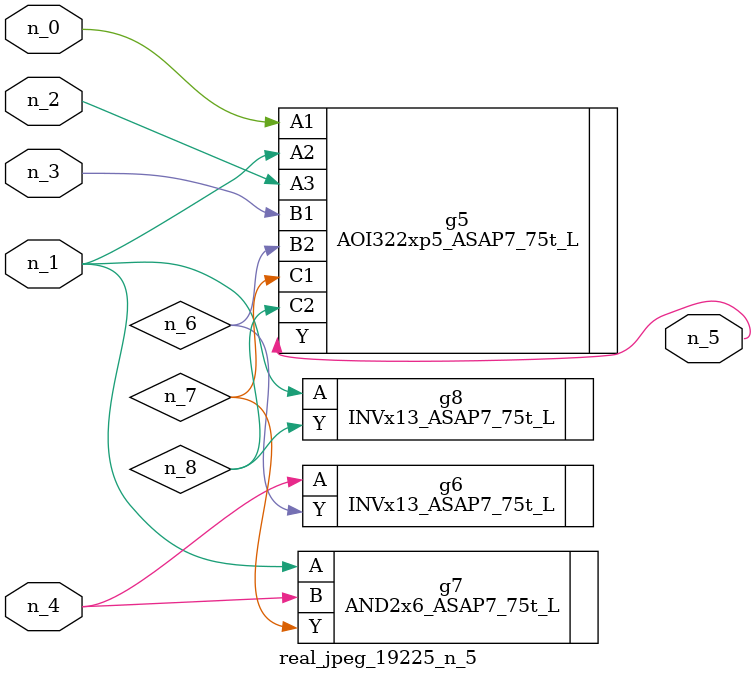
<source format=v>
module real_jpeg_19225_n_5 (n_4, n_0, n_1, n_2, n_3, n_5);

input n_4;
input n_0;
input n_1;
input n_2;
input n_3;

output n_5;

wire n_8;
wire n_6;
wire n_7;

AOI322xp5_ASAP7_75t_L g5 ( 
.A1(n_0),
.A2(n_1),
.A3(n_2),
.B1(n_3),
.B2(n_6),
.C1(n_7),
.C2(n_8),
.Y(n_5)
);

AND2x6_ASAP7_75t_L g7 ( 
.A(n_1),
.B(n_4),
.Y(n_7)
);

INVx13_ASAP7_75t_L g8 ( 
.A(n_1),
.Y(n_8)
);

INVx13_ASAP7_75t_L g6 ( 
.A(n_4),
.Y(n_6)
);


endmodule
</source>
